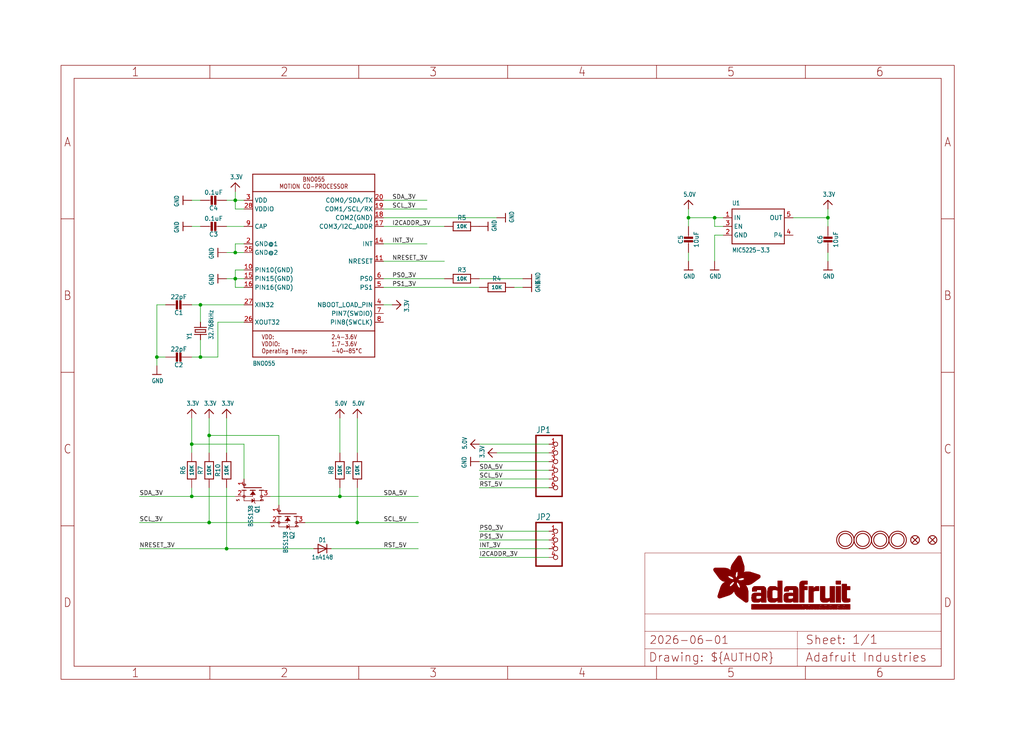
<source format=kicad_sch>
(kicad_sch (version 20230121) (generator eeschema)
  (paper "User" 298.45 217.322)
  (lib_symbols
    (symbol "Adafruit BNO055-eagle-import:3.3V" (power)
      (property "Value" "3.3V" (at -1.524 1.016 0))
      (symbol "3.3V_1_0"
        (pin power_in line (at 0 -2.54 90) (length 2.54) (name "3.3V") (number "1"))
      )
    )
    (symbol "Adafruit BNO055-eagle-import:5.0V" (power)
      (property "Value" "5.0V" (at -1.524 1.016 0))
      (symbol "5.0V_1_0"
        (pin power_in line (at 0 -2.54 90) (length 2.54) (name "5.0V") (number "1"))
      )
    )
    (symbol "Adafruit BNO055-eagle-import:BNO055"
      (symbol "BNO055_1_0"
        (text "2.4-3.6V\n1.7-3.6V\n-40~~85°C" (at 5.08 -24.13 0) (effects (font (size 1.27 1.0795)) (justify left)))
        (text "BNO055\nMOTION CO-PROCESSOR" (at 0 22.86 0) (effects (font (size 1.27 1.0795))))
        (text "VDD:\nVDDIO:\nOperating Temp:" (at -15.24 -24.13 0) (effects (font (size 1.27 1.0795)) (justify left)))
        (pin bidirectional line (at -20.32 -2.54 0) (length 2.54) (name "PIN10(GND)") (number "10"))
        (pin bidirectional line (at 20.32 0 180) (length 2.54) (name "NRESET") (number "11"))
        (pin output line (at 20.32 5.08 180) (length 2.54) (name "INT") (number "14"))
        (pin bidirectional line (at -20.32 -5.08 0) (length 2.54) (name "PIN15(GND)") (number "15"))
        (pin bidirectional line (at -20.32 -7.62 0) (length 2.54) (name "PIN16(GND)") (number "16"))
        (pin bidirectional line (at 20.32 10.16 180) (length 2.54) (name "COM3/I2C_ADDR") (number "17"))
        (pin bidirectional line (at 20.32 12.7 180) (length 2.54) (name "COM2(GND)") (number "18"))
        (pin bidirectional line (at 20.32 15.24 180) (length 2.54) (name "COM1/SCL/RX") (number "19"))
        (pin power_in line (at -20.32 5.08 0) (length 2.54) (name "GND@1") (number "2"))
        (pin bidirectional line (at 20.32 17.78 180) (length 2.54) (name "COM0/SDA/TX") (number "20"))
        (pin power_in line (at -20.32 2.54 0) (length 2.54) (name "GND@2") (number "25"))
        (pin output line (at -20.32 -17.78 0) (length 2.54) (name "XOUT32") (number "26"))
        (pin input line (at -20.32 -12.7 0) (length 2.54) (name "XIN32") (number "27"))
        (pin power_in line (at -20.32 15.24 0) (length 2.54) (name "VDDIO") (number "28"))
        (pin power_in line (at -20.32 17.78 0) (length 2.54) (name "VDD") (number "3"))
        (pin bidirectional line (at 20.32 -12.7 180) (length 2.54) (name "NBOOT_LOAD_PIN") (number "4"))
        (pin input line (at 20.32 -7.62 180) (length 2.54) (name "PS1") (number "5"))
        (pin input line (at 20.32 -5.08 180) (length 2.54) (name "PS0") (number "6"))
        (pin bidirectional line (at 20.32 -15.24 180) (length 2.54) (name "PIN7(SWDIO)") (number "7"))
        (pin bidirectional line (at 20.32 -17.78 180) (length 2.54) (name "PIN8(SWCLK)") (number "8"))
        (pin passive line (at -20.32 10.16 0) (length 2.54) (name "CAP") (number "9"))
      )
    )
    (symbol "Adafruit BNO055-eagle-import:CAP_CERAMIC0805-NOOUTLINE"
      (property "Reference" "C" (at -2.29 1.25 90))
      (symbol "CAP_CERAMIC0805-NOOUTLINE_1_0"
        (pin passive line (at 0 5.08 270) (length 2.54) (name "1") (number "1"))
        (pin passive line (at 0 -2.54 90) (length 2.54) (name "2") (number "2"))
      )
    )
    (symbol "Adafruit BNO055-eagle-import:CAP_CERAMIC0805_10MGAP"
      (property "Reference" "C" (at -2.29 1.25 90))
      (symbol "CAP_CERAMIC0805_10MGAP_1_0"
        (pin passive line (at 0 5.08 270) (length 2.54) (name "1") (number "1"))
        (pin passive line (at 0 -2.54 90) (length 2.54) (name "2") (number "2"))
      )
    )
    (symbol "Adafruit BNO055-eagle-import:CRYSTAL8.0X3.8"
      (property "Reference" "Y" (at -2.54 2.54 0))
      (symbol "CRYSTAL8.0X3.8_1_0"
        (pin passive line (at -2.54 0 0) (length 0) (name "1") (number "P$1"))
        (pin passive line (at 2.54 0 180) (length 0) (name "2") (number "P$4"))
      )
    )
    (symbol "Adafruit BNO055-eagle-import:DIODESOD-323"
      (property "Reference" "D" (at 0 2.54 0))
      (symbol "DIODESOD-323_1_0"
        (pin passive line (at -2.54 0 0) (length 2.54) (name "A") (number "A"))
        (pin passive line (at 2.54 0 180) (length 2.54) (name "C") (number "C"))
      )
    )
    (symbol "Adafruit BNO055-eagle-import:FIDUCIAL{dblquote}{dblquote}")
    (symbol "Adafruit BNO055-eagle-import:FRAME_A4_ADAFRUIT"
      (symbol "FRAME_A4_ADAFRUIT_1_0"
        (text "${#}/${##}" (at 230.505 10.16 0) (effects (font (size 2.54 2.54)) (justify left bottom)))
        (text "${AUTHOR}" (at 189.23 5.08 0) (effects (font (size 2.286 2.286)) (justify left bottom)))
        (text "${CURRENT_DATE}" (at 171.45 10.16 0) (effects (font (size 2.286 2.286)) (justify left bottom)))
        (text "${PROJECTNAME}" (at 171.45 15.24 0) (effects (font (size 2.54 2.54)) (justify left bottom)))
        (text "1" (at 21.6958 1.905 0) (effects (font (size 2.54 2.286))))
        (text "1" (at 21.6958 177.165 0) (effects (font (size 2.54 2.286))))
        (text "2" (at 65.0875 1.905 0) (effects (font (size 2.54 2.286))))
        (text "2" (at 65.0875 177.165 0) (effects (font (size 2.54 2.286))))
        (text "3" (at 108.4792 1.905 0) (effects (font (size 2.54 2.286))))
        (text "3" (at 108.4792 177.165 0) (effects (font (size 2.54 2.286))))
        (text "4" (at 151.8708 1.905 0) (effects (font (size 2.54 2.286))))
        (text "4" (at 151.8708 177.165 0) (effects (font (size 2.54 2.286))))
        (text "5" (at 195.2625 1.905 0) (effects (font (size 2.54 2.286))))
        (text "5" (at 195.2625 177.165 0) (effects (font (size 2.54 2.286))))
        (text "6" (at 238.6542 1.905 0) (effects (font (size 2.54 2.286))))
        (text "6" (at 238.6542 177.165 0) (effects (font (size 2.54 2.286))))
        (text "A" (at 1.905 156.6863 0) (effects (font (size 2.54 2.286))))
        (text "A" (at 258.445 156.6863 0) (effects (font (size 2.54 2.286))))
        (text "Adafruit Industries" (at 216.916 4.953 0) (effects (font (size 2.54 2.54)) (justify left bottom)))
        (text "B" (at 1.905 111.9188 0) (effects (font (size 2.54 2.286))))
        (text "B" (at 258.445 111.9188 0) (effects (font (size 2.54 2.286))))
        (text "C" (at 1.905 67.1513 0) (effects (font (size 2.54 2.286))))
        (text "C" (at 258.445 67.1513 0) (effects (font (size 2.54 2.286))))
        (text "D" (at 1.905 22.3838 0) (effects (font (size 2.54 2.286))))
        (text "D" (at 258.445 22.3838 0) (effects (font (size 2.54 2.286))))
        (text "Drawing:" (at 171.196 4.953 0) (effects (font (size 2.54 2.54)) (justify left bottom)))
        (text "Sheet:" (at 216.916 10.033 0) (effects (font (size 2.54 2.54)) (justify left bottom)))
      )
    )
    (symbol "Adafruit BNO055-eagle-import:GND" (power)
      (property "Value" "GND" (at -1.524 -2.54 0))
      (symbol "GND_1_0"
        (pin power_in line (at 0 2.54 270) (length 2.54) (name "GND") (number "1"))
      )
    )
    (symbol "Adafruit BNO055-eagle-import:HEADER-1X476MIL"
      (property "Reference" "JP" (at -6.35 8.255 0))
      (symbol "HEADER-1X476MIL_1_0"
        (pin passive inverted (at -2.54 5.08 0) (length 2.54) (name "1") (number "1"))
        (pin passive inverted (at -2.54 2.54 0) (length 2.54) (name "2") (number "2"))
        (pin passive inverted (at -2.54 0 0) (length 2.54) (name "3") (number "3"))
        (pin passive inverted (at -2.54 -2.54 0) (length 2.54) (name "4") (number "4"))
      )
    )
    (symbol "Adafruit BNO055-eagle-import:HEADER-1X676MIL"
      (property "Reference" "JP" (at -6.35 10.795 0))
      (symbol "HEADER-1X676MIL_1_0"
        (pin passive inverted (at -2.54 7.62 0) (length 2.54) (name "1") (number "1"))
        (pin passive inverted (at -2.54 5.08 0) (length 2.54) (name "2") (number "2"))
        (pin passive inverted (at -2.54 2.54 0) (length 2.54) (name "3") (number "3"))
        (pin passive inverted (at -2.54 0 0) (length 2.54) (name "4") (number "4"))
        (pin passive inverted (at -2.54 -2.54 0) (length 2.54) (name "5") (number "5"))
        (pin passive inverted (at -2.54 -5.08 0) (length 2.54) (name "6") (number "6"))
      )
    )
    (symbol "Adafruit BNO055-eagle-import:MOSFET-NWIDE"
      (property "Reference" "Q" (at 5.08 0.635 0))
      (symbol "MOSFET-NWIDE_1_0"
        (text "D" (at 3.175 3.175 0) (effects (font (size 0.8128 0.6908)) (justify left bottom)))
        (text "G" (at -1.27 -1.905 0) (effects (font (size 0.8128 0.6908)) (justify left bottom)))
        (text "S" (at 3.175 -3.81 0) (effects (font (size 0.8128 0.6908)) (justify left bottom)))
        (pin bidirectional line (at -2.54 -2.54 0) (length 2.54) (name "G") (number "1"))
        (pin bidirectional line (at 2.54 -5.08 90) (length 2.54) (name "S") (number "2"))
        (pin bidirectional line (at 2.54 5.08 270) (length 2.54) (name "D") (number "3"))
      )
    )
    (symbol "Adafruit BNO055-eagle-import:MOUNTINGHOLE2.5_THICK")
    (symbol "Adafruit BNO055-eagle-import:RESISTOR0805_NOOUTLINE"
      (property "Reference" "R" (at 0 2.54 0))
      (symbol "RESISTOR0805_NOOUTLINE_1_0"
        (pin passive line (at -5.08 0 0) (length 2.54) (name "1") (number "1"))
        (pin passive line (at 5.08 0 180) (length 2.54) (name "2") (number "2"))
      )
    )
    (symbol "Adafruit BNO055-eagle-import:RESISTOR_0805MP"
      (property "Reference" "R" (at 0 2.54 0))
      (symbol "RESISTOR_0805MP_1_0"
        (pin passive line (at -5.08 0 0) (length 2.54) (name "1") (number "1"))
        (pin passive line (at 5.08 0 180) (length 2.54) (name "2") (number "2"))
      )
    )
    (symbol "Adafruit BNO055-eagle-import:VREG_SOT23-5"
      (property "Reference" "U" (at -7.62 6.096 0))
      (symbol "VREG_SOT23-5_1_0"
        (pin power_in line (at -10.16 2.54 0) (length 2.54) (name "IN") (number "1"))
        (pin power_in line (at -10.16 -2.54 0) (length 2.54) (name "GND") (number "2"))
        (pin input line (at -10.16 0 0) (length 2.54) (name "EN") (number "3"))
        (pin bidirectional line (at 10.16 -2.54 180) (length 2.54) (name "P4") (number "4"))
        (pin power_in line (at 10.16 2.54 180) (length 2.54) (name "OUT") (number "5"))
      )
    )
  )
  (junction (at 66.04 160.02))
  (junction (at 60.96 127))
  (junction (at 99.06 144.78))
  (junction (at 55.88 129.54))
  (junction (at 60.96 152.4))
  (junction (at 68.58 81.28))
  (junction (at 241.3 63.5))
  (junction (at 68.58 73.66))
  (junction (at 208.28 63.5))
  (junction (at 200.66 63.5))
  (junction (at 45.72 104.14))
  (junction (at 68.58 58.42))
  (junction (at 58.42 104.14))
  (junction (at 55.88 144.78))
  (junction (at 104.14 152.4))
  (junction (at 58.42 88.9))
  (wire (pts (xy 66.04 58.42) (xy 68.58 58.42)) (stroke (width 0.1524)))
  (wire (pts (xy 200.66 73.66) (xy 200.66 76.2)) (stroke (width 0.1524)))
  (wire (pts (xy 58.42 66.04) (xy 55.88 66.04)) (stroke (width 0.1524)))
  (wire (pts (xy 71.12 83.82) (xy 68.58 83.82)) (stroke (width 0.1524)))
  (wire (pts (xy 139.7 160.02) (xy 160.02 160.02)) (stroke (width 0.1524)))
  (wire (pts (xy 71.12 129.54) (xy 55.88 129.54)) (stroke (width 0.1524)))
  (wire (pts (xy 58.42 58.42) (xy 55.88 58.42)) (stroke (width 0.1524)))
  (wire (pts (xy 99.06 144.78) (xy 121.92 144.78)) (stroke (width 0.1524)))
  (wire (pts (xy 48.26 104.14) (xy 45.72 104.14)) (stroke (width 0.1524)))
  (wire (pts (xy 71.12 88.9) (xy 58.42 88.9)) (stroke (width 0.1524)))
  (wire (pts (xy 139.7 162.56) (xy 160.02 162.56)) (stroke (width 0.1524)))
  (wire (pts (xy 200.66 63.5) (xy 200.66 60.96)) (stroke (width 0.1524)))
  (wire (pts (xy 55.88 132.08) (xy 55.88 129.54)) (stroke (width 0.1524)))
  (wire (pts (xy 99.06 144.78) (xy 99.06 142.24)) (stroke (width 0.1524)))
  (wire (pts (xy 210.82 66.04) (xy 208.28 66.04)) (stroke (width 0.1524)))
  (wire (pts (xy 208.28 68.58) (xy 208.28 76.2)) (stroke (width 0.1524)))
  (wire (pts (xy 144.78 63.5) (xy 111.76 63.5)) (stroke (width 0.1524)))
  (wire (pts (xy 55.88 142.24) (xy 55.88 144.78)) (stroke (width 0.1524)))
  (wire (pts (xy 104.14 152.4) (xy 121.92 152.4)) (stroke (width 0.1524)))
  (wire (pts (xy 231.14 63.5) (xy 241.3 63.5)) (stroke (width 0.1524)))
  (wire (pts (xy 63.5 93.98) (xy 63.5 104.14)) (stroke (width 0.1524)))
  (wire (pts (xy 104.14 132.08) (xy 104.14 121.92)) (stroke (width 0.1524)))
  (wire (pts (xy 71.12 58.42) (xy 68.58 58.42)) (stroke (width 0.1524)))
  (wire (pts (xy 208.28 66.04) (xy 208.28 63.5)) (stroke (width 0.1524)))
  (wire (pts (xy 208.28 63.5) (xy 200.66 63.5)) (stroke (width 0.1524)))
  (wire (pts (xy 210.82 68.58) (xy 208.28 68.58)) (stroke (width 0.1524)))
  (wire (pts (xy 71.12 66.04) (xy 66.04 66.04)) (stroke (width 0.1524)))
  (wire (pts (xy 55.88 129.54) (xy 55.88 121.92)) (stroke (width 0.1524)))
  (wire (pts (xy 139.7 142.24) (xy 160.02 142.24)) (stroke (width 0.1524)))
  (wire (pts (xy 111.76 66.04) (xy 129.54 66.04)) (stroke (width 0.1524)))
  (wire (pts (xy 68.58 58.42) (xy 68.58 55.88)) (stroke (width 0.1524)))
  (wire (pts (xy 111.76 83.82) (xy 139.7 83.82)) (stroke (width 0.1524)))
  (wire (pts (xy 45.72 88.9) (xy 45.72 104.14)) (stroke (width 0.1524)))
  (wire (pts (xy 111.76 60.96) (xy 124.46 60.96)) (stroke (width 0.1524)))
  (wire (pts (xy 58.42 104.14) (xy 55.88 104.14)) (stroke (width 0.1524)))
  (wire (pts (xy 60.96 142.24) (xy 60.96 152.4)) (stroke (width 0.1524)))
  (wire (pts (xy 68.58 83.82) (xy 68.58 81.28)) (stroke (width 0.1524)))
  (wire (pts (xy 68.58 81.28) (xy 66.04 81.28)) (stroke (width 0.1524)))
  (wire (pts (xy 241.3 63.5) (xy 241.3 60.96)) (stroke (width 0.1524)))
  (wire (pts (xy 55.88 144.78) (xy 40.64 144.78)) (stroke (width 0.1524)))
  (wire (pts (xy 66.04 142.24) (xy 66.04 160.02)) (stroke (width 0.1524)))
  (wire (pts (xy 111.76 88.9) (xy 114.3 88.9)) (stroke (width 0.1524)))
  (wire (pts (xy 160.02 132.08) (xy 144.78 132.08)) (stroke (width 0.1524)))
  (wire (pts (xy 111.76 71.12) (xy 124.46 71.12)) (stroke (width 0.1524)))
  (wire (pts (xy 60.96 132.08) (xy 60.96 127)) (stroke (width 0.1524)))
  (wire (pts (xy 71.12 71.12) (xy 68.58 71.12)) (stroke (width 0.1524)))
  (wire (pts (xy 200.66 66.04) (xy 200.66 63.5)) (stroke (width 0.1524)))
  (wire (pts (xy 71.12 93.98) (xy 63.5 93.98)) (stroke (width 0.1524)))
  (wire (pts (xy 160.02 134.62) (xy 139.7 134.62)) (stroke (width 0.1524)))
  (wire (pts (xy 139.7 81.28) (xy 152.4 81.28)) (stroke (width 0.1524)))
  (wire (pts (xy 81.28 147.32) (xy 81.28 127)) (stroke (width 0.1524)))
  (wire (pts (xy 58.42 93.98) (xy 58.42 88.9)) (stroke (width 0.1524)))
  (wire (pts (xy 68.58 71.12) (xy 68.58 73.66)) (stroke (width 0.1524)))
  (wire (pts (xy 48.26 88.9) (xy 45.72 88.9)) (stroke (width 0.1524)))
  (wire (pts (xy 66.04 160.02) (xy 91.44 160.02)) (stroke (width 0.1524)))
  (wire (pts (xy 71.12 139.7) (xy 71.12 129.54)) (stroke (width 0.1524)))
  (wire (pts (xy 40.64 160.02) (xy 66.04 160.02)) (stroke (width 0.1524)))
  (wire (pts (xy 241.3 66.04) (xy 241.3 63.5)) (stroke (width 0.1524)))
  (wire (pts (xy 111.76 81.28) (xy 129.54 81.28)) (stroke (width 0.1524)))
  (wire (pts (xy 111.76 76.2) (xy 129.54 76.2)) (stroke (width 0.1524)))
  (wire (pts (xy 60.96 152.4) (xy 40.64 152.4)) (stroke (width 0.1524)))
  (wire (pts (xy 96.52 160.02) (xy 121.92 160.02)) (stroke (width 0.1524)))
  (wire (pts (xy 68.58 144.78) (xy 55.88 144.78)) (stroke (width 0.1524)))
  (wire (pts (xy 88.9 152.4) (xy 104.14 152.4)) (stroke (width 0.1524)))
  (wire (pts (xy 139.7 157.48) (xy 160.02 157.48)) (stroke (width 0.1524)))
  (wire (pts (xy 99.06 132.08) (xy 99.06 121.92)) (stroke (width 0.1524)))
  (wire (pts (xy 71.12 73.66) (xy 68.58 73.66)) (stroke (width 0.1524)))
  (wire (pts (xy 111.76 58.42) (xy 124.46 58.42)) (stroke (width 0.1524)))
  (wire (pts (xy 45.72 104.14) (xy 45.72 106.68)) (stroke (width 0.1524)))
  (wire (pts (xy 81.28 127) (xy 60.96 127)) (stroke (width 0.1524)))
  (wire (pts (xy 66.04 132.08) (xy 66.04 121.92)) (stroke (width 0.1524)))
  (wire (pts (xy 58.42 88.9) (xy 55.88 88.9)) (stroke (width 0.1524)))
  (wire (pts (xy 241.3 73.66) (xy 241.3 76.2)) (stroke (width 0.1524)))
  (wire (pts (xy 149.86 83.82) (xy 152.4 83.82)) (stroke (width 0.1524)))
  (wire (pts (xy 58.42 99.06) (xy 58.42 104.14)) (stroke (width 0.1524)))
  (wire (pts (xy 139.7 139.7) (xy 160.02 139.7)) (stroke (width 0.1524)))
  (wire (pts (xy 71.12 78.74) (xy 68.58 78.74)) (stroke (width 0.1524)))
  (wire (pts (xy 71.12 60.96) (xy 68.58 60.96)) (stroke (width 0.1524)))
  (wire (pts (xy 60.96 127) (xy 60.96 121.92)) (stroke (width 0.1524)))
  (wire (pts (xy 210.82 63.5) (xy 208.28 63.5)) (stroke (width 0.1524)))
  (wire (pts (xy 78.74 144.78) (xy 99.06 144.78)) (stroke (width 0.1524)))
  (wire (pts (xy 63.5 104.14) (xy 58.42 104.14)) (stroke (width 0.1524)))
  (wire (pts (xy 139.7 129.54) (xy 160.02 129.54)) (stroke (width 0.1524)))
  (wire (pts (xy 78.74 152.4) (xy 60.96 152.4)) (stroke (width 0.1524)))
  (wire (pts (xy 68.58 78.74) (xy 68.58 81.28)) (stroke (width 0.1524)))
  (wire (pts (xy 68.58 60.96) (xy 68.58 58.42)) (stroke (width 0.1524)))
  (wire (pts (xy 71.12 81.28) (xy 68.58 81.28)) (stroke (width 0.1524)))
  (wire (pts (xy 139.7 154.94) (xy 160.02 154.94)) (stroke (width 0.1524)))
  (wire (pts (xy 104.14 152.4) (xy 104.14 142.24)) (stroke (width 0.1524)))
  (wire (pts (xy 139.7 137.16) (xy 160.02 137.16)) (stroke (width 0.1524)))
  (wire (pts (xy 68.58 73.66) (xy 66.04 73.66)) (stroke (width 0.1524)))
  (label "NRESET_3V" (at 114.3 76.2 0) (effects (font (size 1.2446 1.2446))))
  (label "INT_3V" (at 139.7 160.02 0) (effects (font (size 1.2446 1.2446))))
  (label "I2CADDR_3V" (at 114.3 66.04 0) (effects (font (size 1.2446 1.2446))))
  (label "I2CADDR_3V" (at 139.7 162.56 0) (effects (font (size 1.2446 1.2446))))
  (label "SDA_5V" (at 139.7 137.16 0) (effects (font (size 1.2446 1.2446))))
  (label "RST_5V" (at 139.7 142.24 0) (effects (font (size 1.2446 1.2446))))
  (label "PS1_3V" (at 139.7 157.48 0) (effects (font (size 1.2446 1.2446))))
  (label "NRESET_3V" (at 40.64 160.02 0) (effects (font (size 1.2446 1.2446))))
  (label "PS1_3V" (at 114.3 83.82 0) (effects (font (size 1.2446 1.2446))))
  (label "SCL_5V" (at 139.7 139.7 0) (effects (font (size 1.2446 1.2446))))
  (label "SCL_3V" (at 40.64 152.4 0) (effects (font (size 1.2446 1.2446))))
  (label "PS0_3V" (at 114.3 81.28 0) (effects (font (size 1.2446 1.2446))))
  (label "PS0_3V" (at 139.7 154.94 0) (effects (font (size 1.2446 1.2446))))
  (label "SDA_3V" (at 114.3 58.42 0) (effects (font (size 1.2446 1.2446))))
  (label "SDA_5V" (at 111.76 144.78 0) (effects (font (size 1.2446 1.2446))))
  (label "SCL_5V" (at 111.76 152.4 0) (effects (font (size 1.2446 1.2446))))
  (label "INT_3V" (at 114.3 71.12 0) (effects (font (size 1.2446 1.2446))))
  (label "RST_5V" (at 111.76 160.02 0) (effects (font (size 1.2446 1.2446))))
  (label "SDA_3V" (at 40.64 144.78 0) (effects (font (size 1.2446 1.2446))))
  (label "SCL_3V" (at 114.3 60.96 0) (effects (font (size 1.2446 1.2446))))
  (symbol (lib_id "Adafruit BNO055-eagle-import:GND") (at 142.24 66.04 90) (unit 1)
    (property "Reference" "#U$7" (effects hide))
    (property "Value" "GND" (at 144.78 67.564 0) (effects (font (size 1.27 1.0795)) (justify left bottom)))
  )
  (symbol (lib_id "Adafruit BNO055-eagle-import:CAP_CERAMIC0805-NOOUTLINE") (at 63.5 66.04 90) (unit 1)
    (property "Reference" "C3" (at 62.25 68.33 90))
    (property "Value" "0.1uF" (at 62.25 63.74 90))
    (property "Footprint" "Adafruit BNO055:0805-NO" (effects hide))
  )
  (symbol (lib_id "Adafruit BNO055-eagle-import:5.0V") (at 99.06 119.38 0) (unit 1)
    (property "Reference" "#U$19" (effects hide))
    (property "Value" "5.0V" (at 97.536 118.364 0) (effects (font (size 1.27 1.0795)) (justify left bottom)))
  )
  (symbol (lib_id "Adafruit BNO055-eagle-import:MOUNTINGHOLE2.5_THICK") (at 251.46 157.48 0) (unit 1)
    (property "Reference" "U$31" (effects hide))
    (property "Value" "MOUNTINGHOLE2.5_THICK" (effects hide))
    (property "Footprint" "Adafruit BNO055:MOUNTINGHOLE_2.5_PLATED_THICK" (effects hide))
  )
  (symbol (lib_id "Adafruit BNO055-eagle-import:RESISTOR0805_NOOUTLINE") (at 134.62 66.04 0) (unit 1)
    (property "Reference" "R5" (at 134.62 63.5 0))
    (property "Value" "10K" (at 134.62 66.04 0) (effects (font (size 1.016 1.016) bold)))
    (property "Footprint" "Adafruit BNO055:0805-NO" (effects hide))
  )
  (symbol (lib_id "Adafruit BNO055-eagle-import:VREG_SOT23-5") (at 220.98 66.04 0) (unit 1)
    (property "Reference" "U1" (at 213.36 59.944 0) (effects (font (size 1.27 1.0795)) (justify left bottom)))
    (property "Value" "MIC5225-3.3" (at 213.36 73.66 0) (effects (font (size 1.27 1.0795)) (justify left bottom)))
    (property "Footprint" "Adafruit BNO055:SOT23-5" (effects hide))
  )
  (symbol (lib_id "Adafruit BNO055-eagle-import:RESISTOR0805_NOOUTLINE") (at 60.96 137.16 90) (unit 1)
    (property "Reference" "R7" (at 58.42 137.16 0))
    (property "Value" "10K" (at 60.96 137.16 0) (effects (font (size 1.016 1.016) bold)))
    (property "Footprint" "Adafruit BNO055:0805-NO" (effects hide))
  )
  (symbol (lib_id "Adafruit BNO055-eagle-import:MOSFET-NWIDE") (at 73.66 142.24 270) (unit 1)
    (property "Reference" "Q1" (at 74.295 147.32 0) (effects (font (size 1.27 1.0795)) (justify left bottom)))
    (property "Value" "BSS138" (at 72.39 147.32 0) (effects (font (size 1.27 1.0795)) (justify left bottom)))
    (property "Footprint" "Adafruit BNO055:SOT23-WIDE" (effects hide))
  )
  (symbol (lib_id "Adafruit BNO055-eagle-import:3.3V") (at 116.84 88.9 270) (unit 1)
    (property "Reference" "#U$15" (effects hide))
    (property "Value" "3.3V" (at 117.856 87.376 0) (effects (font (size 1.27 1.0795)) (justify left bottom)))
  )
  (symbol (lib_id "Adafruit BNO055-eagle-import:GND") (at 63.5 73.66 270) (unit 1)
    (property "Reference" "#U$13" (effects hide))
    (property "Value" "GND" (at 60.96 72.136 0) (effects (font (size 1.27 1.0795)) (justify left bottom)))
  )
  (symbol (lib_id "Adafruit BNO055-eagle-import:CRYSTAL8.0X3.8") (at 58.42 96.52 90) (unit 1)
    (property "Reference" "Y1" (at 55.88 99.06 0) (effects (font (size 1.27 1.0795)) (justify left bottom)))
    (property "Value" "32.768kHz" (at 62.23 99.06 0) (effects (font (size 1.27 1.0795)) (justify left bottom)))
    (property "Footprint" "Adafruit BNO055:CRYSTAL_8X3.8" (effects hide))
  )
  (symbol (lib_id "Adafruit BNO055-eagle-import:GND") (at 137.16 134.62 270) (unit 1)
    (property "Reference" "#U$18" (effects hide))
    (property "Value" "GND" (at 134.62 133.096 0) (effects (font (size 1.27 1.0795)) (justify left bottom)))
  )
  (symbol (lib_id "Adafruit BNO055-eagle-import:MOSFET-NWIDE") (at 83.82 149.86 270) (unit 1)
    (property "Reference" "Q2" (at 84.455 154.94 0) (effects (font (size 1.27 1.0795)) (justify left bottom)))
    (property "Value" "BSS138" (at 82.55 154.94 0) (effects (font (size 1.27 1.0795)) (justify left bottom)))
    (property "Footprint" "Adafruit BNO055:SOT23-WIDE" (effects hide))
  )
  (symbol (lib_id "Adafruit BNO055-eagle-import:GND") (at 45.72 109.22 0) (unit 1)
    (property "Reference" "#U$11" (effects hide))
    (property "Value" "GND" (at 44.196 111.76 0) (effects (font (size 1.27 1.0795)) (justify left bottom)))
  )
  (symbol (lib_id "Adafruit BNO055-eagle-import:CAP_CERAMIC0805_10MGAP") (at 63.5 58.42 90) (unit 1)
    (property "Reference" "C4" (at 62.25 60.71 90))
    (property "Value" "0.1uF" (at 62.25 56.12 90))
    (property "Footprint" "Adafruit BNO055:0805_10MGAP" (effects hide))
  )
  (symbol (lib_id "Adafruit BNO055-eagle-import:DIODESOD-323") (at 93.98 160.02 0) (unit 1)
    (property "Reference" "D1" (at 93.98 157.48 0) (effects (font (size 1.27 1.0795))))
    (property "Value" "1n4148" (at 93.98 162.52 0) (effects (font (size 1.27 1.0795))))
    (property "Footprint" "Adafruit BNO055:SOD-323" (effects hide))
  )
  (symbol (lib_id "Adafruit BNO055-eagle-import:RESISTOR0805_NOOUTLINE") (at 144.78 83.82 0) (unit 1)
    (property "Reference" "R4" (at 144.78 81.28 0))
    (property "Value" "10K" (at 144.78 83.82 0) (effects (font (size 1.016 1.016) bold)))
    (property "Footprint" "Adafruit BNO055:0805-NO" (effects hide))
  )
  (symbol (lib_id "Adafruit BNO055-eagle-import:GND") (at 147.32 63.5 90) (unit 1)
    (property "Reference" "#U$8" (effects hide))
    (property "Value" "GND" (at 149.86 65.024 0) (effects (font (size 1.27 1.0795)) (justify left bottom)))
  )
  (symbol (lib_id "Adafruit BNO055-eagle-import:3.3V") (at 68.58 53.34 0) (unit 1)
    (property "Reference" "#U$21" (effects hide))
    (property "Value" "3.3V" (at 67.056 52.324 0) (effects (font (size 1.27 1.0795)) (justify left bottom)))
  )
  (symbol (lib_id "Adafruit BNO055-eagle-import:GND") (at 154.94 83.82 90) (unit 1)
    (property "Reference" "#U$6" (effects hide))
    (property "Value" "GND" (at 157.48 85.344 0) (effects (font (size 1.27 1.0795)) (justify left bottom)))
  )
  (symbol (lib_id "Adafruit BNO055-eagle-import:HEADER-1X676MIL") (at 162.56 137.16 0) (unit 1)
    (property "Reference" "JP1" (at 156.21 126.365 0) (effects (font (size 1.778 1.5113)) (justify left bottom)))
    (property "Value" "HEADER-1X676MIL" (effects hide))
    (property "Footprint" "Adafruit BNO055:1X06_ROUND_76" (effects hide))
  )
  (symbol (lib_id "Adafruit BNO055-eagle-import:5.0V") (at 137.16 129.54 90) (unit 1)
    (property "Reference" "#U$10" (effects hide))
    (property "Value" "5.0V" (at 136.144 131.064 0) (effects (font (size 1.27 1.0795)) (justify left bottom)))
  )
  (symbol (lib_id "Adafruit BNO055-eagle-import:3.3V") (at 60.96 119.38 0) (unit 1)
    (property "Reference" "#U$9" (effects hide))
    (property "Value" "3.3V" (at 59.436 118.364 0) (effects (font (size 1.27 1.0795)) (justify left bottom)))
  )
  (symbol (lib_id "Adafruit BNO055-eagle-import:3.3V") (at 55.88 119.38 0) (unit 1)
    (property "Reference" "#U$4" (effects hide))
    (property "Value" "3.3V" (at 54.356 118.364 0) (effects (font (size 1.27 1.0795)) (justify left bottom)))
  )
  (symbol (lib_id "Adafruit BNO055-eagle-import:RESISTOR_0805MP") (at 104.14 137.16 90) (unit 1)
    (property "Reference" "R9" (at 101.6 137.16 0))
    (property "Value" "10K" (at 104.14 137.16 0) (effects (font (size 1.016 1.016) bold)))
    (property "Footprint" "Adafruit BNO055:_0805MP" (effects hide))
  )
  (symbol (lib_id "Adafruit BNO055-eagle-import:RESISTOR0805_NOOUTLINE") (at 134.62 81.28 0) (unit 1)
    (property "Reference" "R3" (at 134.62 78.74 0))
    (property "Value" "10K" (at 134.62 81.28 0) (effects (font (size 1.016 1.016) bold)))
    (property "Footprint" "Adafruit BNO055:0805-NO" (effects hide))
  )
  (symbol (lib_id "Adafruit BNO055-eagle-import:GND") (at 63.5 81.28 270) (unit 1)
    (property "Reference" "#U$12" (effects hide))
    (property "Value" "GND" (at 60.96 79.756 0) (effects (font (size 1.27 1.0795)) (justify left bottom)))
  )
  (symbol (lib_id "Adafruit BNO055-eagle-import:RESISTOR_0805MP") (at 99.06 137.16 90) (unit 1)
    (property "Reference" "R8" (at 96.52 137.16 0))
    (property "Value" "10K" (at 99.06 137.16 0) (effects (font (size 1.016 1.016) bold)))
    (property "Footprint" "Adafruit BNO055:_0805MP" (effects hide))
  )
  (symbol (lib_id "Adafruit BNO055-eagle-import:MOUNTINGHOLE2.5_THICK") (at 256.54 157.48 0) (unit 1)
    (property "Reference" "U$30" (effects hide))
    (property "Value" "MOUNTINGHOLE2.5_THICK" (effects hide))
    (property "Footprint" "Adafruit BNO055:MOUNTINGHOLE_2.5_PLATED_THICK" (effects hide))
  )
  (symbol (lib_id "Adafruit BNO055-eagle-import:HEADER-1X476MIL") (at 162.56 160.02 0) (unit 1)
    (property "Reference" "JP2" (at 156.21 151.765 0) (effects (font (size 1.778 1.5113)) (justify left bottom)))
    (property "Value" "HEADER-1X476MIL" (effects hide))
    (property "Footprint" "Adafruit BNO055:1X04_ROUND_76" (effects hide))
  )
  (symbol (lib_id "Adafruit BNO055-eagle-import:MOUNTINGHOLE2.5_THICK") (at 261.62 157.48 0) (unit 1)
    (property "Reference" "U$29" (effects hide))
    (property "Value" "MOUNTINGHOLE2.5_THICK" (effects hide))
    (property "Footprint" "Adafruit BNO055:MOUNTINGHOLE_2.5_PLATED_THICK" (effects hide))
  )
  (symbol (lib_id "Adafruit BNO055-eagle-import:CAP_CERAMIC0805_10MGAP") (at 241.3 71.12 0) (unit 1)
    (property "Reference" "C6" (at 239.01 69.87 90))
    (property "Value" "10uF" (at 243.6 69.87 90))
    (property "Footprint" "Adafruit BNO055:0805_10MGAP" (effects hide))
  )
  (symbol (lib_id "Adafruit BNO055-eagle-import:GND") (at 208.28 78.74 0) (unit 1)
    (property "Reference" "#U$26" (effects hide))
    (property "Value" "GND" (at 206.756 81.28 0) (effects (font (size 1.27 1.0795)) (justify left bottom)))
  )
  (symbol (lib_id "Adafruit BNO055-eagle-import:5.0V") (at 200.66 58.42 0) (unit 1)
    (property "Reference" "#U$25" (effects hide))
    (property "Value" "5.0V" (at 199.136 57.404 0) (effects (font (size 1.27 1.0795)) (justify left bottom)))
  )
  (symbol (lib_id "Adafruit BNO055-eagle-import:GND") (at 154.94 81.28 90) (unit 1)
    (property "Reference" "#U$5" (effects hide))
    (property "Value" "GND" (at 157.48 82.804 0) (effects (font (size 1.27 1.0795)) (justify left bottom)))
  )
  (symbol (lib_id "Adafruit BNO055-eagle-import:RESISTOR0805_NOOUTLINE") (at 55.88 137.16 90) (unit 1)
    (property "Reference" "R6" (at 53.34 137.16 0))
    (property "Value" "10K" (at 55.88 137.16 0) (effects (font (size 1.016 1.016) bold)))
    (property "Footprint" "Adafruit BNO055:0805-NO" (effects hide))
  )
  (symbol (lib_id "Adafruit BNO055-eagle-import:3.3V") (at 241.3 58.42 0) (unit 1)
    (property "Reference" "#U$24" (effects hide))
    (property "Value" "3.3V" (at 239.776 57.404 0) (effects (font (size 1.27 1.0795)) (justify left bottom)))
  )
  (symbol (lib_id "Adafruit BNO055-eagle-import:BNO055") (at 91.44 76.2 0) (unit 1)
    (property "Reference" "U$2" (effects hide))
    (property "Value" "BNO055" (at 73.66 106.68 0) (effects (font (size 1.27 1.0795)) (justify left bottom)))
    (property "Footprint" "Adafruit BNO055:BNO055" (effects hide))
  )
  (symbol (lib_id "Adafruit BNO055-eagle-import:MOUNTINGHOLE2.5_THICK") (at 246.38 157.48 0) (unit 1)
    (property "Reference" "U$32" (effects hide))
    (property "Value" "MOUNTINGHOLE2.5_THICK" (effects hide))
    (property "Footprint" "Adafruit BNO055:MOUNTINGHOLE_2.5_PLATED_THICK" (effects hide))
  )
  (symbol (lib_id "Adafruit BNO055-eagle-import:RESISTOR0805_NOOUTLINE") (at 66.04 137.16 90) (unit 1)
    (property "Reference" "R10" (at 63.5 137.16 0))
    (property "Value" "10K" (at 66.04 137.16 0) (effects (font (size 1.016 1.016) bold)))
    (property "Footprint" "Adafruit BNO055:0805-NO" (effects hide))
  )
  (symbol (lib_id "Adafruit BNO055-eagle-import:CAP_CERAMIC0805-NOOUTLINE") (at 53.34 88.9 90) (unit 1)
    (property "Reference" "C1" (at 52.09 91.19 90))
    (property "Value" "22pF" (at 52.09 86.6 90))
    (property "Footprint" "Adafruit BNO055:0805-NO" (effects hide))
  )
  (symbol (lib_id "Adafruit BNO055-eagle-import:FIDUCIAL{dblquote}{dblquote}") (at 266.7 157.48 0) (unit 1)
    (property "Reference" "FID2" (effects hide))
    (property "Value" "FIDUCIAL{dblquote}{dblquote}" (effects hide))
    (property "Footprint" "Adafruit BNO055:FIDUCIAL_1MM" (effects hide))
  )
  (symbol (lib_id "Adafruit BNO055-eagle-import:CAP_CERAMIC0805-NOOUTLINE") (at 53.34 104.14 90) (unit 1)
    (property "Reference" "C2" (at 52.09 106.43 90))
    (property "Value" "22pF" (at 52.09 101.84 90))
    (property "Footprint" "Adafruit BNO055:0805-NO" (effects hide))
  )
  (symbol (lib_id "Adafruit BNO055-eagle-import:FIDUCIAL{dblquote}{dblquote}") (at 271.78 157.48 0) (unit 1)
    (property "Reference" "FID1" (effects hide))
    (property "Value" "FIDUCIAL{dblquote}{dblquote}" (effects hide))
    (property "Footprint" "Adafruit BNO055:FIDUCIAL_1MM" (effects hide))
  )
  (symbol (lib_id "Adafruit BNO055-eagle-import:3.3V") (at 142.24 132.08 90) (unit 1)
    (property "Reference" "#U$17" (effects hide))
    (property "Value" "3.3V" (at 141.224 133.604 0) (effects (font (size 1.27 1.0795)) (justify left bottom)))
  )
  (symbol (lib_id "Adafruit BNO055-eagle-import:GND") (at 53.34 58.42 270) (unit 1)
    (property "Reference" "#U$16" (effects hide))
    (property "Value" "GND" (at 50.8 56.896 0) (effects (font (size 1.27 1.0795)) (justify left bottom)))
  )
  (symbol (lib_id "Adafruit BNO055-eagle-import:CAP_CERAMIC0805-NOOUTLINE") (at 200.66 71.12 0) (unit 1)
    (property "Reference" "C5" (at 198.37 69.87 90))
    (property "Value" "10uF" (at 202.96 69.87 90))
    (property "Footprint" "Adafruit BNO055:0805-NO" (effects hide))
  )
  (symbol (lib_id "Adafruit BNO055-eagle-import:GND") (at 241.3 78.74 0) (unit 1)
    (property "Reference" "#U$23" (effects hide))
    (property "Value" "GND" (at 239.776 81.28 0) (effects (font (size 1.27 1.0795)) (justify left bottom)))
  )
  (symbol (lib_id "Adafruit BNO055-eagle-import:GND") (at 200.66 78.74 0) (unit 1)
    (property "Reference" "#U$22" (effects hide))
    (property "Value" "GND" (at 199.136 81.28 0) (effects (font (size 1.27 1.0795)) (justify left bottom)))
  )
  (symbol (lib_id "Adafruit BNO055-eagle-import:3.3V") (at 66.04 119.38 0) (unit 1)
    (property "Reference" "#U$27" (effects hide))
    (property "Value" "3.3V" (at 64.516 118.364 0) (effects (font (size 1.27 1.0795)) (justify left bottom)))
  )
  (symbol (lib_id "Adafruit BNO055-eagle-import:5.0V") (at 104.14 119.38 0) (unit 1)
    (property "Reference" "#U$20" (effects hide))
    (property "Value" "5.0V" (at 102.616 118.364 0) (effects (font (size 1.27 1.0795)) (justify left bottom)))
  )
  (symbol (lib_id "Adafruit BNO055-eagle-import:GND") (at 53.34 66.04 270) (unit 1)
    (property "Reference" "#U$14" (effects hide))
    (property "Value" "GND" (at 50.8 64.516 0) (effects (font (size 1.27 1.0795)) (justify left bottom)))
  )
  (symbol (lib_id "Adafruit BNO055-eagle-import:FRAME_A4_ADAFRUIT") (at 17.78 198.12 0) (unit 1)
    (property "Reference" "#U$1" (effects hide))
    (property "Value" "FRAME_A4_ADAFRUIT" (effects hide))
  )
)
</source>
